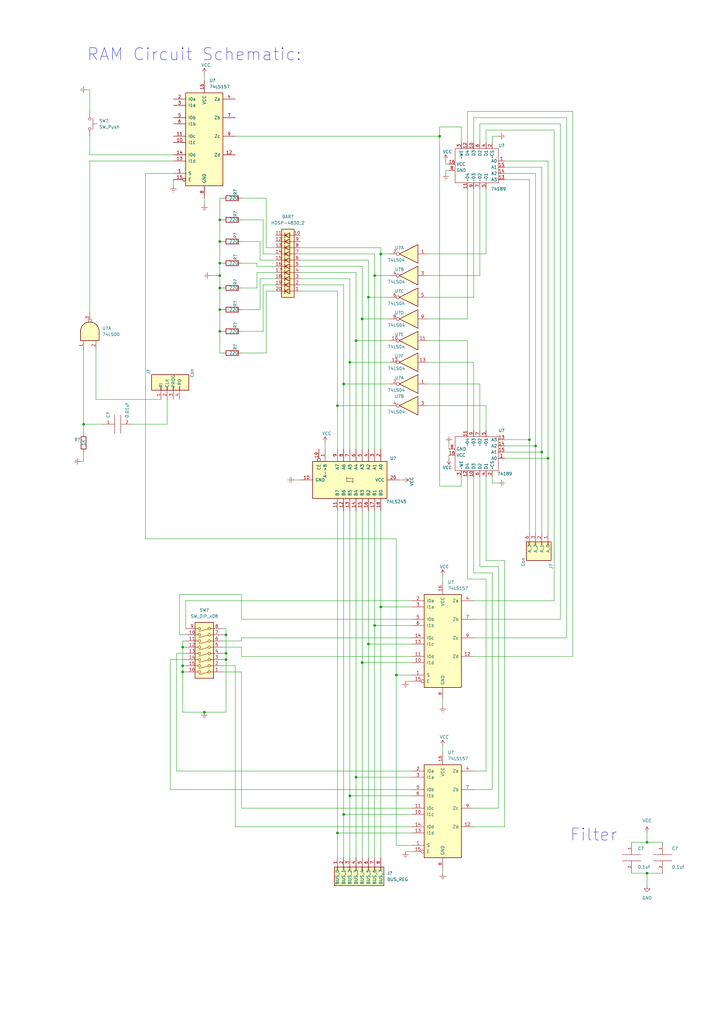
<source format=kicad_sch>
(kicad_sch (version 20211123) (generator eeschema)
  (paper "A3" portrait)
  (lib_symbols
    (symbol "74189_1"
      (property "Reference" "U" (at 0 -8.89 90))
      (property "Value" "74189_1" (at 2.54 -11.43 90))
      (symbol "74189_1_1_0"
        (pin output line (at 0 0 270) (length 2.54) (name "A0") (number "1"))
        (pin output line (at 7.62 0 270) (length 2.54) (name "A3") (number "13"))
        (pin output line (at 5.08 0 270) (length 2.54) (name "A2") (number "14"))
        (pin output line (at 2.54 0 270) (length 2.54) (name "A1") (number "15"))
        (pin input line (at 1.27 -22.86 90) (length 2.54) (name "VCC") (number "16"))
        (pin input line (at 3.81 -22.86 90) (length 2.54) (name "GND") (number "8"))
      )
      (symbol "74189_1_1_1"
        (pin input line (at -7.62 -12.7 0) (length 2.54) (name "D3") (number "10"))
        (pin output line (at 11.43 -15.24 180) (length 2.54) (name "~04") (number "11"))
        (pin input line (at -7.62 -15.24 0) (length 2.54) (name "D4") (number "12"))
        (pin input line (at -7.62 -5.08 0) (length 2.54) (name "~CS") (number "2"))
        (pin input line (at -7.62 -17.78 0) (length 2.54) (name "~WE") (number "3"))
        (pin input line (at -7.62 -7.62 0) (length 2.54) (name "D1") (number "4"))
        (pin output line (at 11.43 -7.62 180) (length 2.54) (name "~01") (number "5"))
        (pin input line (at -7.62 -10.16 0) (length 2.54) (name "D2") (number "6"))
        (pin output line (at 11.43 -10.16 180) (length 2.54) (name "~02") (number "7"))
        (pin output line (at 11.43 -12.7 180) (length 2.54) (name "~03") (number "9"))
      )
    )
    (symbol "74LS157_1" (pin_names (offset 1.016))
      (property "Reference" "U?" (at 2.0194 22.86 0))
      (property "Value" "74LS157_1" (at 2.0194 20.32 0))
      (symbol "74LS157_1_1_0"
        (pin input line (at -12.7 -15.24 0) (length 5.08) (name "S") (number "1"))
        (pin input line (at -12.7 -10.16 0) (length 5.08) (name "I1d") (number "10"))
        (pin input line (at -12.7 -7.62 0) (length 5.08) (name "I0d") (number "11"))
        (pin output line (at 12.7 -7.62 180) (length 5.08) (name "Zd") (number "12"))
        (pin input line (at -12.7 -2.54 0) (length 5.08) (name "I1c") (number "13"))
        (pin input line (at -12.7 0 0) (length 5.08) (name "I0c") (number "14"))
        (pin input inverted (at -12.7 -17.78 0) (length 5.08) (name "E") (number "15"))
        (pin power_in line (at 0 22.86 270) (length 5.08) (name "VCC") (number "16"))
        (pin input line (at -12.7 15.24 0) (length 5.08) (name "I0a") (number "2"))
        (pin input line (at -12.7 12.7 0) (length 5.08) (name "I1a") (number "3"))
        (pin output line (at 12.7 15.24 180) (length 5.08) (name "Za") (number "4"))
        (pin input line (at -12.7 7.62 0) (length 5.08) (name "I0b") (number "5"))
        (pin input line (at -12.7 5.08 0) (length 5.08) (name "I1b") (number "6"))
        (pin output line (at 12.7 7.62 180) (length 5.08) (name "Zb") (number "7"))
        (pin power_in line (at 0 -25.4 90) (length 5.08) (name "GND") (number "8"))
        (pin output line (at 12.7 0 180) (length 5.08) (name "Zc") (number "9"))
      )
    )
    (symbol "74xx:74LS00" (pin_names (offset 1.016))
      (property "Reference" "U" (at 0 1.27 0))
      (property "Value" "74LS00" (at 0 -1.27 0))
      (symbol "74LS00_1_1"
        (pin input line (at -7.62 2.54 0) (length 3.81) (name "~") (number "1"))
        (pin input line (at -7.62 -2.54 0) (length 3.81) (name "~") (number "2"))
        (pin output inverted (at 7.62 0 180) (length 3.81) (name "~") (number "3"))
      )
      (symbol "74LS00_1_2"
        (pin input inverted (at -7.62 2.54 0) (length 4.318) (name "~") (number "1"))
        (pin input inverted (at -7.62 -2.54 0) (length 4.318) (name "~") (number "2"))
        (pin output line (at 7.62 0 180) (length 3.81) (name "~") (number "3"))
      )
      (symbol "74LS00_2_1"
        (pin input line (at -7.62 2.54 0) (length 3.81) (name "~") (number "4"))
        (pin input line (at -7.62 -2.54 0) (length 3.81) (name "~") (number "5"))
        (pin output inverted (at 7.62 0 180) (length 3.81) (name "~") (number "6"))
      )
      (symbol "74LS00_2_2"
        (pin input inverted (at -7.62 2.54 0) (length 4.318) (name "~") (number "4"))
        (pin input inverted (at -7.62 -2.54 0) (length 4.318) (name "~") (number "5"))
        (pin output line (at 7.62 0 180) (length 3.81) (name "~") (number "6"))
      )
      (symbol "74LS00_3_1"
        (pin input line (at -7.62 -2.54 0) (length 3.81) (name "~") (number "10"))
        (pin output inverted (at 7.62 0 180) (length 3.81) (name "~") (number "8"))
        (pin input line (at -7.62 2.54 0) (length 3.81) (name "~") (number "9"))
      )
      (symbol "74LS00_3_2"
        (pin input inverted (at -7.62 -2.54 0) (length 4.318) (name "~") (number "10"))
        (pin output line (at 7.62 0 180) (length 3.81) (name "~") (number "8"))
        (pin input inverted (at -7.62 2.54 0) (length 4.318) (name "~") (number "9"))
      )
      (symbol "74LS00_4_1"
        (pin output inverted (at 7.62 0 180) (length 3.81) (name "~") (number "11"))
        (pin input line (at -7.62 2.54 0) (length 3.81) (name "~") (number "12"))
        (pin input line (at -7.62 -2.54 0) (length 3.81) (name "~") (number "13"))
      )
      (symbol "74LS00_4_2"
        (pin output line (at 7.62 0 180) (length 3.81) (name "~") (number "11"))
        (pin input inverted (at -7.62 2.54 0) (length 4.318) (name "~") (number "12"))
        (pin input inverted (at -7.62 -2.54 0) (length 4.318) (name "~") (number "13"))
      )
      (symbol "74LS00_5_0"
        (pin power_in line (at 0 12.7 270) (length 5.08) (name "VCC") (number "14"))
        (pin power_in line (at 0 -12.7 90) (length 5.08) (name "GND") (number "7"))
      )
    )
    (symbol "74xx:74LS04"
      (property "Reference" "U" (at 0 1.27 0))
      (property "Value" "74LS04" (at 0 -1.27 0))
      (symbol "74LS04_1_0"
        (pin input line (at -7.62 0 0) (length 3.81) (name "~") (number "1"))
        (pin output inverted (at 7.62 0 180) (length 3.81) (name "~") (number "2"))
      )
      (symbol "74LS04_2_0"
        (pin input line (at -7.62 0 0) (length 3.81) (name "~") (number "3"))
        (pin output inverted (at 7.62 0 180) (length 3.81) (name "~") (number "4"))
      )
      (symbol "74LS04_3_0"
        (pin input line (at -7.62 0 0) (length 3.81) (name "~") (number "5"))
        (pin output inverted (at 7.62 0 180) (length 3.81) (name "~") (number "6"))
      )
      (symbol "74LS04_4_0"
        (pin output inverted (at 7.62 0 180) (length 3.81) (name "~") (number "8"))
        (pin input line (at -7.62 0 0) (length 3.81) (name "~") (number "9"))
      )
      (symbol "74LS04_5_0"
        (pin output inverted (at 7.62 0 180) (length 3.81) (name "~") (number "10"))
        (pin input line (at -7.62 0 0) (length 3.81) (name "~") (number "11"))
      )
      (symbol "74LS04_6_0"
        (pin output inverted (at 7.62 0 180) (length 3.81) (name "~") (number "12"))
        (pin input line (at -7.62 0 0) (length 3.81) (name "~") (number "13"))
      )
      (symbol "74LS04_7_0"
        (pin power_in line (at 0 12.7 270) (length 5.08) (name "VCC") (number "14"))
        (pin power_in line (at 0 -12.7 90) (length 5.08) (name "GND") (number "7"))
      )
    )
    (symbol "74xx:74LS157" (pin_names (offset 1.016))
      (property "Reference" "U" (at -7.62 19.05 0))
      (property "Value" "74LS157" (at -7.62 -21.59 0))
      (symbol "74LS157_1_0"
        (pin input line (at -12.7 -15.24 0) (length 5.08) (name "S") (number "1"))
        (pin input line (at -12.7 -2.54 0) (length 5.08) (name "I1c") (number "10"))
        (pin input line (at -12.7 0 0) (length 5.08) (name "I0c") (number "11"))
        (pin output line (at 12.7 -7.62 180) (length 5.08) (name "Zd") (number "12"))
        (pin input line (at -12.7 -10.16 0) (length 5.08) (name "I1d") (number "13"))
        (pin input line (at -12.7 -7.62 0) (length 5.08) (name "I0d") (number "14"))
        (pin input inverted (at -12.7 -17.78 0) (length 5.08) (name "E") (number "15"))
        (pin power_in line (at 0 22.86 270) (length 5.08) (name "VCC") (number "16"))
        (pin input line (at -12.7 15.24 0) (length 5.08) (name "I0a") (number "2"))
        (pin input line (at -12.7 12.7 0) (length 5.08) (name "I1a") (number "3"))
        (pin output line (at 12.7 15.24 180) (length 5.08) (name "Za") (number "4"))
        (pin input line (at -12.7 7.62 0) (length 5.08) (name "I0b") (number "5"))
        (pin input line (at -12.7 5.08 0) (length 5.08) (name "I1b") (number "6"))
        (pin output line (at 12.7 7.62 180) (length 5.08) (name "Zb") (number "7"))
        (pin power_in line (at 0 -25.4 90) (length 5.08) (name "GND") (number "8"))
        (pin output line (at 12.7 0 180) (length 5.08) (name "Zc") (number "9"))
      )
    )
    (symbol "74xx:74LS245" (pin_names (offset 1.016))
      (property "Reference" "U" (at -7.62 16.51 0))
      (property "Value" "74LS245" (at -7.62 -16.51 0))
      (symbol "74LS245_1_0"
        (pin input line (at -12.7 -10.16 0) (length 5.08) (name "A->B") (number "1"))
        (pin power_in line (at 0 -20.32 90) (length 5.08) (name "GND") (number "10"))
        (pin tri_state line (at 12.7 -5.08 180) (length 5.08) (name "B7") (number "11"))
        (pin tri_state line (at 12.7 -2.54 180) (length 5.08) (name "B6") (number "12"))
        (pin tri_state line (at 12.7 0 180) (length 5.08) (name "B5") (number "13"))
        (pin tri_state line (at 12.7 2.54 180) (length 5.08) (name "B4") (number "14"))
        (pin tri_state line (at 12.7 5.08 180) (length 5.08) (name "B3") (number "15"))
        (pin tri_state line (at 12.7 7.62 180) (length 5.08) (name "B2") (number "16"))
        (pin tri_state line (at 12.7 10.16 180) (length 5.08) (name "B1") (number "17"))
        (pin tri_state line (at 12.7 12.7 180) (length 5.08) (name "B0") (number "18"))
        (pin input inverted (at -12.7 -12.7 0) (length 5.08) (name "CE") (number "19"))
        (pin tri_state line (at -12.7 12.7 0) (length 5.08) (name "A0") (number "2"))
        (pin power_in line (at 0 20.32 270) (length 5.08) (name "VCC") (number "20"))
        (pin tri_state line (at -12.7 10.16 0) (length 5.08) (name "A1") (number "3"))
        (pin tri_state line (at -12.7 7.62 0) (length 5.08) (name "A2") (number "4"))
        (pin tri_state line (at -12.7 5.08 0) (length 5.08) (name "A3") (number "5"))
        (pin tri_state line (at -12.7 2.54 0) (length 5.08) (name "A4") (number "6"))
        (pin tri_state line (at -12.7 0 0) (length 5.08) (name "A5") (number "7"))
        (pin tri_state line (at -12.7 -2.54 0) (length 5.08) (name "A6") (number "8"))
        (pin tri_state line (at -12.7 -5.08 0) (length 5.08) (name "A7") (number "9"))
      )
    )
    (symbol "Conn_01x06_2" (pin_names (offset 1.016))
      (property "Reference" "J?" (at 6.35 7.62 0))
      (property "Value" "Conn_01x06_2" (at 5.08 -5.08 0))
      (symbol "Conn_01x06_2_1_1"
        (pin passive line (at -5.08 5.08 0) (length 3.81) (name "A_0") (number "1"))
        (pin passive line (at -5.08 2.54 0) (length 3.81) (name "A_1") (number "2"))
        (pin passive line (at -5.08 0 0) (length 3.81) (name "A_2") (number "3"))
        (pin passive line (at -5.08 -2.54 0) (length 3.81) (name "A_3") (number "6"))
      )
    )
    (symbol "Connector_Generic:Conn_01x06" (pin_names (offset 1.016))
      (property "Reference" "J?" (at -8.89 0 0))
      (property "Value" "Con" (at 3.81 7.62 0))
      (symbol "Conn_01x06_1_1"
        (pin passive line (at -5.08 2.54 0) (length 3.81) (name "RI") (number "1"))
        (pin passive line (at -5.08 0 0) (length 3.81) (name "CLK") (number "2"))
        (pin passive line (at -5.08 -2.54 0) (length 3.81) (name "PROG") (number "3"))
        (pin passive line (at -5.08 -5.08 0) (length 3.81) (name "~RO") (number "4"))
      )
    )
    (symbol "Device:R" (pin_numbers hide) (pin_names (offset 0))
      (property "Reference" "R" (at 2.032 0 90))
      (property "Value" "R" (at 0 0 90))
      (symbol "R_1_1"
        (pin passive line (at 0 3.81 270) (length 1.27) (name "~") (number "1"))
        (pin passive line (at 0 -3.81 90) (length 1.27) (name "~") (number "2"))
      )
    )
    (symbol "LED:HDSP-4830_2" (pin_names (offset 1.016) hide)
      (property "Reference" "BAR" (at 0 15.24 0))
      (property "Value" "HDSP-4830_2" (at 0 -17.78 0))
      (symbol "HDSP-4830_2_1_1"
        (pin passive line (at -5.08 10.16 0) (length 2.54) (name "A") (number "1"))
        (pin passive line (at -5.08 -12.7 0) (length 2.54) (name "A") (number "10"))
        (pin passive line (at 5.08 -12.7 180) (length 2.54) (name "K") (number "11"))
        (pin passive line (at 5.08 -10.16 180) (length 2.54) (name "K") (number "12"))
        (pin passive line (at 5.08 -7.62 180) (length 2.54) (name "K") (number "13"))
        (pin passive line (at 5.08 -5.08 180) (length 2.54) (name "K") (number "14"))
        (pin passive line (at 5.08 -2.54 180) (length 2.54) (name "K") (number "15"))
        (pin passive line (at 5.08 0 180) (length 2.54) (name "K") (number "16"))
        (pin passive line (at 5.08 2.54 180) (length 2.54) (name "K") (number "17"))
        (pin passive line (at 5.08 5.08 180) (length 2.54) (name "K") (number "18"))
        (pin passive line (at 5.08 7.62 180) (length 2.54) (name "K") (number "19"))
        (pin passive line (at -5.08 7.62 0) (length 2.54) (name "A") (number "2"))
        (pin passive line (at 5.08 10.16 180) (length 2.54) (name "K") (number "20"))
        (pin passive line (at -5.08 5.08 0) (length 2.54) (name "A") (number "3"))
        (pin passive line (at -5.08 2.54 0) (length 2.54) (name "A") (number "4"))
        (pin passive line (at -5.08 0 0) (length 2.54) (name "A") (number "5"))
        (pin passive line (at -5.08 -2.54 0) (length 2.54) (name "A") (number "6"))
        (pin passive line (at -5.08 -5.08 0) (length 2.54) (name "A") (number "7"))
        (pin passive line (at -5.08 -7.62 0) (length 2.54) (name "A") (number "8"))
        (pin passive line (at -5.08 -10.16 0) (length 2.54) (name "A") (number "9"))
      )
    )
    (symbol "Register_A_Library:BUS_REG" (pin_names (offset 1.016))
      (property "Reference" "J?" (at 0 16.51 0))
      (property "Value" "BUS_REG" (at 0 13.97 0))
      (symbol "BUS_REG_1_1"
        (pin passive line (at -5.08 7.62 0) (length 3.81) (name "BUS_0") (number "1"))
        (pin passive line (at -5.08 5.08 0) (length 3.81) (name "BUS_1") (number "2"))
        (pin passive line (at -5.08 2.54 0) (length 3.81) (name "BUS_2") (number "3"))
        (pin passive line (at -5.08 0 0) (length 3.81) (name "BUS_3") (number "4"))
        (pin passive line (at -5.08 -2.54 0) (length 3.81) (name "BUS_4") (number "5"))
        (pin passive line (at -5.08 -5.08 0) (length 3.81) (name "BUS_5") (number "6"))
        (pin passive line (at -5.08 -7.62 0) (length 3.81) (name "BUS_6") (number "7"))
        (pin passive line (at -5.08 -10.16 0) (length 3.81) (name "BUS_7") (number "8"))
      )
    )
    (symbol "Switch:SW_DIP_x08" (pin_names (offset 0) hide)
      (property "Reference" "SW" (at 0 13.97 0))
      (property "Value" "SW_DIP_x08" (at 0 -11.43 0))
      (symbol "SW_DIP_x08_1_1"
        (pin passive line (at -7.62 10.16 0) (length 5.08) (name "~") (number "1"))
        (pin passive line (at 7.62 -5.08 180) (length 5.08) (name "~") (number "10"))
        (pin passive line (at 7.62 -2.54 180) (length 5.08) (name "~") (number "11"))
        (pin passive line (at 7.62 0 180) (length 5.08) (name "~") (number "12"))
        (pin passive line (at 7.62 2.54 180) (length 5.08) (name "~") (number "13"))
        (pin passive line (at 7.62 5.08 180) (length 5.08) (name "~") (number "14"))
        (pin passive line (at 7.62 7.62 180) (length 5.08) (name "~") (number "15"))
        (pin passive line (at 7.62 10.16 180) (length 5.08) (name "~") (number "16"))
        (pin passive line (at -7.62 7.62 0) (length 5.08) (name "~") (number "2"))
        (pin passive line (at -7.62 5.08 0) (length 5.08) (name "~") (number "3"))
        (pin passive line (at -7.62 2.54 0) (length 5.08) (name "~") (number "4"))
        (pin passive line (at -7.62 0 0) (length 5.08) (name "~") (number "5"))
        (pin passive line (at -7.62 -2.54 0) (length 5.08) (name "~") (number "6"))
        (pin passive line (at -7.62 -5.08 0) (length 5.08) (name "~") (number "7"))
        (pin passive line (at -7.62 -7.62 0) (length 5.08) (name "~") (number "8"))
        (pin passive line (at 7.62 -7.62 180) (length 5.08) (name "~") (number "9"))
      )
    )
    (symbol "Switch:SW_Push" (pin_numbers hide) (pin_names (offset 1.016) hide)
      (property "Reference" "SW" (at 1.27 2.54 0))
      (property "Value" "SW_Push" (at 0 -1.524 0))
      (symbol "SW_Push_0_1"
        (pin passive line (at -5.08 0 0) (length 2.54) (name "1") (number "1"))
        (pin passive line (at 5.08 0 180) (length 2.54) (name "2") (number "2"))
      )
    )
    (symbol "power:Earth" (power) (pin_names (offset 0))
      (symbol "Earth_1_1"
        (pin power_in line (at 0 0 270) (length 0) hide (name "Earth") (number "1"))
      )
    )
    (symbol "power:GND" (power) (pin_names (offset 0))
      (property "Value" "GND" (at 0 -3.81 0))
      (symbol "GND_1_1"
        (pin power_in line (at 0 0 270) (length 0) hide (name "GND") (number "1"))
      )
    )
    (symbol "power:VCC" (power) (pin_names (offset 0))
      (property "Value" "VCC" (at 0 3.81 0))
      (symbol "VCC_1_1"
        (pin power_in line (at 0 0 90) (length 0) hide (name "VCC") (number "1"))
      )
    )
    (symbol "pspice:CAP" (pin_names (offset 0.254))
      (property "Reference" "C" (at 2.54 3.81 90))
      (property "Value" "CAP" (at 2.54 -3.81 90))
      (symbol "CAP_1_1"
        (pin passive line (at 0 6.35 270) (length 5.08) (name "~") (number "1"))
        (pin passive line (at 0 -6.35 90) (length 5.08) (name "~") (number "2"))
      )
    )
  )
  (junction (at 74.93 273.05))
  (junction (at 148.59 130.81))
  (junction (at 153.67 113.03))
  (junction (at 140.97 334.01))
  (junction (at 224.79 187.96))
  (junction (at 219.71 182.88))
  (junction (at 162.56 276.86))
  (junction (at 151.13 121.92))
  (junction (at 143.51 148.59))
  (junction (at 146.05 139.7))
  (junction (at 90.17 113.03))
  (junction (at 83.82 292.1))
  (junction (at 92.71 267.97))
  (junction (at 143.51 326.39))
  (junction (at 74.93 265.43))
  (junction (at 156.21 104.14))
  (junction (at 92.71 270.51))
  (junction (at 138.43 341.63))
  (junction (at 153.67 256.54))
  (junction (at 156.21 248.92))
  (junction (at 146.05 318.77))
  (junction (at 151.13 264.16))
  (junction (at 265.43 358.14))
  (junction (at 90.17 118.11))
  (junction (at 222.25 185.42))
  (junction (at 90.17 135.89))
  (junction (at 74.93 275.59))
  (junction (at 90.17 99.06))
  (junction (at 90.17 127))
  (junction (at 140.97 157.48))
  (junction (at 90.17 107.95))
  (junction (at 92.71 260.35))
  (junction (at 217.17 180.34))
  (junction (at 138.43 166.37))
  (junction (at 90.17 90.17))
  (junction (at 180.34 55.88))
  (junction (at 265.43 345.44))
  (junction (at 148.59 271.78))
  (junction (at 34.29 173.99))
  (wire (pts (xy 74.93 275.59) (xy 74.93 292.1)))
  (wire (pts (xy 76.2 275.59) (xy 74.93 275.59)))
  (wire (pts (xy 265.43 358.14) (xy 271.78 358.14)))
  (wire (pts (xy 71.12 63.5) (xy 36.83 63.5)))
  (wire (pts (xy 74.93 265.43) (xy 74.93 273.05)))
  (wire (pts (xy 201.93 58.42) (xy 201.93 55.88)))
  (wire (pts (xy 105.41 118.11) (xy 99.06 118.11)))
  (wire (pts (xy 184.15 186.69) (xy 184.15 187.96)))
  (wire (pts (xy 90.17 113.03) (xy 86.36 113.03)))
  (wire (pts (xy 76.2 273.05) (xy 74.93 273.05)))
  (wire (pts (xy 207.01 68.58) (xy 222.25 68.58)))
  (wire (pts (xy 90.17 135.89) (xy 91.44 135.89)))
  (wire (pts (xy 109.22 119.38) (xy 113.03 119.38)))
  (wire (pts (xy 196.85 77.47) (xy 196.85 113.03)))
  (wire (pts (xy 90.17 99.06) (xy 91.44 99.06)))
  (wire (pts (xy 72.39 267.97) (xy 76.2 267.97)))
  (wire (pts (xy 180.34 52.07) (xy 180.34 55.88)))
  (wire (pts (xy 90.17 90.17) (xy 90.17 81.28)))
  (wire (pts (xy 160.02 157.48) (xy 140.97 157.48)))
  (wire (pts (xy 156.21 209.55) (xy 156.21 248.92)))
  (wire (pts (xy 219.71 182.88) (xy 219.71 218.44)))
  (wire (pts (xy 191.77 130.81) (xy 175.26 130.81)))
  (wire (pts (xy 191.77 139.7) (xy 175.26 139.7)))
  (wire (pts (xy 106.68 106.68) (xy 106.68 99.06)))
  (wire (pts (xy 153.67 113.03) (xy 153.67 184.15)))
  (wire (pts (xy 106.68 99.06) (xy 99.06 99.06)))
  (wire (pts (xy 91.44 270.51) (xy 92.71 270.51)))
  (wire (pts (xy 160.02 139.7) (xy 146.05 139.7)))
  (wire (pts (xy 91.44 144.78) (xy 90.17 144.78)))
  (wire (pts (xy 182.88 67.31) (xy 182.88 66.04)))
  (wire (pts (xy 271.78 345.44) (xy 265.43 345.44)))
  (wire (pts (xy 265.43 345.44) (xy 259.08 345.44)))
  (wire (pts (xy 199.39 237.49) (xy 199.39 316.23)))
  (wire (pts (xy 194.31 254) (xy 229.87 254)))
  (wire (pts (xy 90.17 107.95) (xy 90.17 99.06)))
  (wire (pts (xy 201.93 234.95) (xy 201.93 323.85)))
  (wire (pts (xy 123.19 119.38) (xy 138.43 119.38)))
  (wire (pts (xy 59.69 71.12) (xy 59.69 220.98)))
  (wire (pts (xy 148.59 271.78) (xy 148.59 351.79)))
  (wire (pts (xy 181.61 236.22) (xy 181.61 238.76)))
  (wire (pts (xy 194.31 148.59) (xy 175.26 148.59)))
  (wire (pts (xy 194.31 234.95) (xy 201.93 234.95)))
  (wire (pts (xy 138.43 166.37) (xy 160.02 166.37)))
  (wire (pts (xy 71.12 71.12) (xy 59.69 71.12)))
  (wire (pts (xy 69.85 270.51) (xy 69.85 323.85)))
  (wire (pts (xy 224.79 66.04) (xy 224.79 187.96)))
  (wire (pts (xy 153.67 256.54) (xy 168.91 256.54)))
  (wire (pts (xy 182.88 69.85) (xy 182.88 71.12)))
  (wire (pts (xy 123.19 114.3) (xy 143.51 114.3)))
  (wire (pts (xy 181.61 287.02) (xy 181.61 289.56)))
  (wire (pts (xy 194.31 246.38) (xy 227.33 246.38)))
  (wire (pts (xy 99.06 261.62) (xy 99.06 262.89)))
  (wire (pts (xy 168.91 276.86) (xy 162.56 276.86)))
  (wire (pts (xy 90.17 127) (xy 90.17 118.11)))
  (wire (pts (xy 160.02 148.59) (xy 143.51 148.59)))
  (wire (pts (xy 59.69 220.98) (xy 162.56 220.98)))
  (wire (pts (xy 99.06 275.59) (xy 99.06 331.47)))
  (wire (pts (xy 91.44 262.89) (xy 99.06 262.89)))
  (wire (pts (xy 189.23 52.07) (xy 180.34 52.07)))
  (wire (pts (xy 151.13 121.92) (xy 151.13 184.15)))
  (wire (pts (xy 196.85 58.42) (xy 196.85 50.8)))
  (wire (pts (xy 196.85 176.53) (xy 196.85 157.48)))
  (wire (pts (xy 207.01 339.09) (xy 194.31 339.09)))
  (wire (pts (xy 138.43 341.63) (xy 138.43 351.79)))
  (wire (pts (xy 199.39 176.53) (xy 199.39 166.37)))
  (wire (pts (xy 204.47 331.47) (xy 194.31 331.47)))
  (wire (pts (xy 168.91 261.62) (xy 99.06 261.62)))
  (wire (pts (xy 72.39 316.23) (xy 72.39 267.97)))
  (wire (pts (xy 140.97 116.84) (xy 140.97 157.48)))
  (wire (pts (xy 120.65 196.85) (xy 123.19 196.85)))
  (wire (pts (xy 73.66 260.35) (xy 76.2 260.35)))
  (wire (pts (xy 133.35 181.61) (xy 133.35 184.15)))
  (wire (pts (xy 148.59 130.81) (xy 148.59 184.15)))
  (wire (pts (xy 66.04 163.83) (xy 39.37 163.83)))
  (wire (pts (xy 36.83 36.83) (xy 35.56 36.83)))
  (wire (pts (xy 143.51 326.39) (xy 168.91 326.39)))
  (wire (pts (xy 153.67 256.54) (xy 153.67 351.79)))
  (wire (pts (xy 146.05 209.55) (xy 146.05 318.77)))
  (wire (pts (xy 194.31 195.58) (xy 194.31 234.95)))
  (wire (pts (xy 184.15 181.61) (xy 184.15 184.15)))
  (wire (pts (xy 34.29 189.23) (xy 33.02 189.23)))
  (wire (pts (xy 207.01 180.34) (xy 217.17 180.34)))
  (wire (pts (xy 191.77 58.42) (xy 191.77 45.72)))
  (wire (pts (xy 96.52 55.88) (xy 180.34 55.88)))
  (wire (pts (xy 34.29 185.42) (xy 34.29 189.23)))
  (wire (pts (xy 113.03 109.22) (xy 105.41 109.22)))
  (wire (pts (xy 156.21 104.14) (xy 156.21 184.15)))
  (wire (pts (xy 181.61 306.07) (xy 181.61 308.61)))
  (wire (pts (xy 265.43 358.14) (xy 265.43 363.22)))
  (wire (pts (xy 138.43 166.37) (xy 138.43 184.15)))
  (wire (pts (xy 148.59 209.55) (xy 148.59 271.78)))
  (wire (pts (xy 199.39 58.42) (xy 199.39 53.34)))
  (wire (pts (xy 96.52 273.05) (xy 96.52 339.09)))
  (wire (pts (xy 34.29 173.99) (xy 34.29 177.8)))
  (wire (pts (xy 217.17 73.66) (xy 217.17 180.34)))
  (wire (pts (xy 91.44 267.97) (xy 92.71 267.97)))
  (wire (pts (xy 90.17 118.11) (xy 91.44 118.11)))
  (wire (pts (xy 227.33 53.34) (xy 227.33 246.38)))
  (wire (pts (xy 99.06 331.47) (xy 168.91 331.47)))
  (wire (pts (xy 90.17 135.89) (xy 90.17 127)))
  (wire (pts (xy 71.12 73.66) (xy 71.12 76.2)))
  (wire (pts (xy 229.87 50.8) (xy 229.87 254)))
  (wire (pts (xy 109.22 81.28) (xy 99.06 81.28)))
  (wire (pts (xy 92.71 292.1) (xy 92.71 270.51)))
  (wire (pts (xy 99.06 127) (xy 106.68 127)))
  (wire (pts (xy 36.83 45.72) (xy 36.83 36.83)))
  (wire (pts (xy 123.19 106.68) (xy 151.13 106.68)))
  (wire (pts (xy 148.59 109.22) (xy 148.59 130.81)))
  (wire (pts (xy 265.43 341.63) (xy 265.43 345.44)))
  (wire (pts (xy 113.03 111.76) (xy 105.41 111.76)))
  (wire (pts (xy 180.34 199.39) (xy 189.23 199.39)))
  (wire (pts (xy 69.85 323.85) (xy 168.91 323.85)))
  (wire (pts (xy 83.82 81.28) (xy 83.82 83.82)))
  (wire (pts (xy 184.15 69.85) (xy 182.88 69.85)))
  (wire (pts (xy 199.39 166.37) (xy 175.26 166.37)))
  (wire (pts (xy 109.22 101.6) (xy 109.22 81.28)))
  (wire (pts (xy 222.25 185.42) (xy 222.25 218.44)))
  (wire (pts (xy 199.39 77.47) (xy 199.39 104.14)))
  (wire (pts (xy 162.56 220.98) (xy 162.56 276.86)))
  (wire (pts (xy 163.83 196.85) (xy 165.1 196.85)))
  (wire (pts (xy 191.77 77.47) (xy 191.77 130.81)))
  (wire (pts (xy 99.06 265.43) (xy 91.44 265.43)))
  (wire (pts (xy 92.71 260.35) (xy 91.44 260.35)))
  (wire (pts (xy 189.23 199.39) (xy 189.23 195.58)))
  (wire (pts (xy 207.01 66.04) (xy 224.79 66.04)))
  (wire (pts (xy 199.39 316.23) (xy 194.31 316.23)))
  (wire (pts (xy 151.13 209.55) (xy 151.13 264.16)))
  (wire (pts (xy 113.03 101.6) (xy 109.22 101.6)))
  (wire (pts (xy 168.91 254) (xy 99.06 254)))
  (wire (pts (xy 191.77 237.49) (xy 199.39 237.49)))
  (wire (pts (xy 194.31 121.92) (xy 175.26 121.92)))
  (wire (pts (xy 71.12 66.04) (xy 36.83 66.04)))
  (wire (pts (xy 217.17 180.34) (xy 217.17 218.44)))
  (wire (pts (xy 153.67 113.03) (xy 160.02 113.03)))
  (wire (pts (xy 107.95 135.89) (xy 107.95 116.84)))
  (wire (pts (xy 140.97 334.01) (xy 168.91 334.01)))
  (wire (pts (xy 196.85 195.58) (xy 196.85 232.41)))
  (wire (pts (xy 54.61 173.99) (xy 68.58 173.99)))
  (wire (pts (xy 180.34 55.88) (xy 180.34 199.39)))
  (wire (pts (xy 99.06 243.84) (xy 73.66 243.84)))
  (wire (pts (xy 143.51 114.3) (xy 143.51 148.59)))
  (wire (pts (xy 184.15 67.31) (xy 182.88 67.31)))
  (wire (pts (xy 153.67 104.14) (xy 153.67 113.03)))
  (wire (pts (xy 143.51 148.59) (xy 143.51 184.15)))
  (wire (pts (xy 156.21 248.92) (xy 168.91 248.92)))
  (wire (pts (xy 153.67 209.55) (xy 153.67 256.54)))
  (wire (pts (xy 123.19 101.6) (xy 156.21 101.6)))
  (wire (pts (xy 90.17 107.95) (xy 91.44 107.95)))
  (wire (pts (xy 83.82 292.1) (xy 92.71 292.1)))
  (wire (pts (xy 201.93 55.88) (xy 204.47 55.88)))
  (wire (pts (xy 92.71 270.51) (xy 92.71 267.97)))
  (wire (pts (xy 148.59 271.78) (xy 168.91 271.78)))
  (wire (pts (xy 90.17 90.17) (xy 91.44 90.17)))
  (wire (pts (xy 99.06 254) (xy 99.06 243.84)))
  (wire (pts (xy 74.93 273.05) (xy 74.93 275.59)))
  (wire (pts (xy 91.44 273.05) (xy 96.52 273.05)))
  (wire (pts (xy 90.17 113.03) (xy 90.17 107.95)))
  (wire (pts (xy 196.85 232.41) (xy 204.47 232.41)))
  (wire (pts (xy 162.56 276.86) (xy 162.56 346.71)))
  (wire (pts (xy 222.25 68.58) (xy 222.25 185.42)))
  (wire (pts (xy 162.56 346.71) (xy 168.91 346.71)))
  (wire (pts (xy 207.01 185.42) (xy 222.25 185.42)))
  (wire (pts (xy 107.95 116.84) (xy 113.03 116.84)))
  (wire (pts (xy 151.13 106.68) (xy 151.13 121.92)))
  (wire (pts (xy 181.61 356.87) (xy 181.61 358.14)))
  (wire (pts (xy 207.01 229.87) (xy 207.01 339.09)))
  (wire (pts (xy 99.06 144.78) (xy 109.22 144.78)))
  (wire (pts (xy 156.21 248.92) (xy 156.21 351.79)))
  (wire (pts (xy 151.13 264.16) (xy 168.91 264.16)))
  (wire (pts (xy 74.93 265.43) (xy 76.2 265.43)))
  (wire (pts (xy 194.31 261.62) (xy 232.41 261.62)))
  (wire (pts (xy 168.91 246.38) (xy 76.2 246.38)))
  (wire (pts (xy 76.2 246.38) (xy 76.2 257.81)))
  (wire (pts (xy 201.93 198.12) (xy 204.47 198.12)))
  (wire (pts (xy 199.39 53.34) (xy 227.33 53.34)))
  (wire (pts (xy 36.83 63.5) (xy 36.83 55.88)))
  (wire (pts (xy 140.97 116.84) (xy 123.19 116.84)))
  (wire (pts (xy 96.52 339.09) (xy 168.91 339.09)))
  (wire (pts (xy 109.22 144.78) (xy 109.22 119.38)))
  (wire (pts (xy 143.51 209.55) (xy 143.51 326.39)))
  (wire (pts (xy 207.01 73.66) (xy 217.17 73.66)))
  (wire (pts (xy 168.91 279.4) (xy 166.37 279.4)))
  (wire (pts (xy 207.01 187.96) (xy 224.79 187.96)))
  (wire (pts (xy 201.93 195.58) (xy 201.93 198.12)))
  (wire (pts (xy 140.97 209.55) (xy 140.97 334.01)))
  (wire (pts (xy 194.31 323.85) (xy 201.93 323.85)))
  (wire (pts (xy 146.05 318.77) (xy 146.05 351.79)))
  (wire (pts (xy 234.95 45.72) (xy 234.95 269.24)))
  (wire (pts (xy 107.95 104.14) (xy 107.95 90.17)))
  (wire (pts (xy 91.44 275.59) (xy 99.06 275.59)))
  (wire (pts (xy 105.41 109.22) (xy 105.41 107.95)))
  (wire (pts (xy 146.05 318.77) (xy 168.91 318.77)))
  (wire (pts (xy 168.91 316.23) (xy 72.39 316.23)))
  (wire (pts (xy 140.97 157.48) (xy 140.97 184.15)))
  (wire (pts (xy 36.83 66.04) (xy 36.83 128.27)))
  (wire (pts (xy 76.2 270.51) (xy 69.85 270.51)))
  (wire (pts (xy 156.21 101.6) (xy 156.21 104.14)))
  (wire (pts (xy 232.41 261.62) (xy 232.41 48.26)))
  (wire (pts (xy 156.21 104.14) (xy 160.02 104.14)))
  (wire (pts (xy 83.82 30.48) (xy 83.82 33.02)))
  (wire (pts (xy 92.71 267.97) (xy 92.71 260.35)))
  (wire (pts (xy 92.71 257.81) (xy 91.44 257.81)))
  (wire (pts (xy 194.31 48.26) (xy 194.31 58.42)))
  (wire (pts (xy 146.05 139.7) (xy 146.05 184.15)))
  (wire (pts (xy 204.47 232.41) (xy 204.47 331.47)))
  (wire (pts (xy 199.39 195.58) (xy 199.39 229.87)))
  (wire (pts (xy 92.71 257.81) (xy 92.71 260.35)))
  (wire (pts (xy 105.41 107.95) (xy 99.06 107.95)))
  (wire (pts (xy 39.37 163.83) (xy 39.37 143.51)))
  (wire (pts (xy 34.29 173.99) (xy 41.91 173.99)))
  (wire (pts (xy 90.17 118.11) (xy 90.17 113.03)))
  (wire (pts (xy 191.77 195.58) (xy 191.77 237.49)))
  (wire (pts (xy 73.66 243.84) (xy 73.66 260.35)))
  (wire (pts (xy 68.58 163.83) (xy 68.58 173.99)))
  (wire (pts (xy 199.39 104.14) (xy 175.26 104.14)))
  (wire (pts (xy 191.77 176.53) (xy 191.77 139.7)))
  (wire (pts (xy 34.29 143.51) (xy 34.29 173.99)))
  (wire (pts (xy 168.91 349.25) (xy 166.37 349.25)))
  (wire (pts (xy 123.19 109.22) (xy 148.59 109.22)))
  (wire (pts (xy 138.43 209.55) (xy 138.43 341.63)))
  (wire (pts (xy 207.01 71.12) (xy 219.71 71.12)))
  (wire (pts (xy 199.39 229.87) (xy 207.01 229.87)))
  (wire (pts (xy 90.17 81.28) (xy 91.44 81.28)))
  (wire (pts (xy 123.19 104.14) (xy 153.67 104.14)))
  (wire (pts (xy 194.31 77.47) (xy 194.31 121.92)))
  (wire (pts (xy 107.95 90.17) (xy 99.06 90.17)))
  (wire (pts (xy 99.06 269.24) (xy 99.06 265.43)))
  (wire (pts (xy 196.85 113.03) (xy 175.26 113.03)))
  (wire (pts (xy 196.85 50.8) (xy 229.87 50.8)))
  (wire (pts (xy 90.17 127) (xy 91.44 127)))
  (wire (pts (xy 146.05 111.76) (xy 146.05 139.7)))
  (wire (pts (xy 207.01 182.88) (xy 219.71 182.88)))
  (wire (pts (xy 259.08 358.14) (xy 265.43 358.14)))
  (wire (pts (xy 232.41 48.26) (xy 194.31 48.26)))
  (wire (pts (xy 113.03 106.68) (xy 106.68 106.68)))
  (wire (pts (xy 194.31 269.24) (xy 234.95 269.24)))
  (wire (pts (xy 76.2 262.89) (xy 74.93 262.89)))
  (wire (pts (xy 113.03 104.14) (xy 107.95 104.14)))
  (wire (pts (xy 219.71 71.12) (xy 219.71 182.88)))
  (wire (pts (xy 106.68 114.3) (xy 113.03 114.3)))
  (wire (pts (xy 194.31 176.53) (xy 194.31 148.59)))
  (wire (pts (xy 74.93 262.89) (xy 74.93 265.43)))
  (wire (pts (xy 74.93 292.1) (xy 83.82 292.1)))
  (wire (pts (xy 123.19 111.76) (xy 146.05 111.76)))
  (wire (pts (xy 224.79 187.96) (xy 224.79 218.44)))
  (wire (pts (xy 168.91 341.63) (xy 138.43 341.63)))
  (wire (pts (xy 191.77 45.72) (xy 234.95 45.72)))
  (wire (pts (xy 189.23 52.07) (xy 189.23 58.42)))
  (wire (pts (xy 160.02 121.92) (xy 151.13 121.92)))
  (wire (pts (xy 138.43 119.38) (xy 138.43 166.37)))
  (wire (pts (xy 99.06 135.89) (xy 107.95 135.89)))
  (wire (pts (xy 168.91 269.24) (xy 99.06 269.24)))
  (wire (pts (xy 106.68 127) (xy 106.68 114.3)))
  (wire (pts (xy 151.13 264.16) (xy 151.13 351.79)))
  (wire (pts (xy 196.85 157.48) (xy 175.26 157.48)))
  (wire (pts (xy 140.97 334.01) (xy 140.97 351.79)))
  (wire (pts (xy 105.41 111.76) (xy 105.41 118.11)))
  (wire (pts (xy 148.59 130.81) (xy 160.02 130.81)))
  (wire (pts (xy 90.17 144.78) (xy 90.17 135.89)))
  (wire (pts (xy 90.17 99.06) (xy 90.17 90.17)))
  (wire (pts (xy 143.51 326.39) (xy 143.51 351.79)))
  (text "RAM Circuit Schematic:" (at 35.56 25.4 0) (effects (font (size 5 5)) (justify left bottom)))
  (text "Filter" (at 233.68 345.44 0) (effects (font (size 5 5)) (justify left bottom)))
  (symbol (lib_id "pspice:CAP") (at 259.08 351.79 0) (unit 1)
    (property "Reference" "C?" (at 261.62 347.98 0) (effects (justify left)))
    (property "Value" "0.1uf" (at 261.62 355.6 0) (effects (justify left)))
    (property "Footprint" "Capacitor_THT:C_Disc_D5.0mm_W2.5mm_P2.50mm" (effects hide))
  )
  (symbol (lib_id "pspice:CAP") (at 271.78 351.79 0) (unit 1)
    (property "Reference" "C?" (at 275.59 347.98 0) (effects (justify left)))
    (property "Value" "0.1uf" (at 275.59 355.6 0) (effects (justify left)))
    (property "Footprint" "Capacitor_THT:C_Disc_D5.0mm_W2.5mm_P2.50mm" (effects hide))
  )
  (symbol (lib_id "power:Earth") (at 204.47 55.88 90) (unit 1)
    (property "Reference" "#PWR?" (effects hide))
    (property "Value" "Earth" (effects hide))
  )
  (symbol (lib_id "power:Earth") (at 83.82 292.1 0) (unit 1)
    (property "Reference" "#PWR?" (effects hide))
    (property "Value" "Earth" (effects hide))
  )
  (symbol (lib_id "74xx:74LS04") (at 167.64 104.14 180) (unit 1)
    (property "Reference" "U?" (at 163.83 101.6 0))
    (property "Value" "74LS04" (at 162.56 106.68 0))
    (property "Datasheet" "http://www.ti.com/lit/gpn/sn74LS04" (effects hide))
  )
  (symbol (lib_name "74189_1") (lib_id "RAM_Library:74189") (at 207.01 187.96 270) (mirror x) (unit 1)
    (property "Reference" "U?" (at 205.74 176.53 90))
    (property "Value" "74189" (at 207.01 194.31 90))
  )
  (symbol (lib_id "Device:R") (at 95.25 107.95 90) (unit 1)
    (property "Reference" "R?" (at 96.52 104.14 0) (effects (justify right)))
    (property "Value" "220" (at 93.98 107.95 90) (effects (justify right)))
    (property "Footprint" "Resistor_THT:R_Axial_DIN0204_L3.6mm_D1.6mm_P5.08mm_Horizontal" (effects hide))
  )
  (symbol (lib_id "74xx:74LS04") (at 167.64 157.48 180) (unit 1)
    (property "Reference" "U?" (at 163.83 154.94 0))
    (property "Value" "74LS04" (at 162.56 160.02 0))
    (property "Datasheet" "http://www.ti.com/lit/gpn/sn74LS04" (effects hide))
  )
  (symbol (lib_id "74xx:74LS04") (at 167.64 166.37 180) (unit 2)
    (property "Reference" "U?" (at 163.83 162.56 0))
    (property "Value" "74LS04" (at 162.56 168.91 0))
    (property "Datasheet" "http://www.ti.com/lit/gpn/sn74LS04" (effects hide))
  )
  (symbol (lib_id "power:VCC") (at 184.15 187.96 180) (unit 1)
    (property "Reference" "#PWR?" (effects hide))
    (property "Value" "VCC" (at 185.42 191.77 0) (effects (justify left)))
  )
  (symbol (lib_id "74xx:74LS157") (at 83.82 55.88 0) (unit 1)
    (property "Reference" "U?" (at 85.8394 33.02 0) (effects (justify left)))
    (property "Value" "74LS157" (at 85.8394 35.56 0) (effects (justify left)))
    (property "Datasheet" "http://www.ti.com/lit/gpn/sn74LS157" (effects hide))
  )
  (symbol (lib_id "Device:R") (at 95.25 144.78 90) (unit 1)
    (property "Reference" "R?" (at 96.52 140.97 0) (effects (justify right)))
    (property "Value" "220" (at 93.98 144.78 90) (effects (justify right)))
    (property "Footprint" "Resistor_THT:R_Axial_DIN0204_L3.6mm_D1.6mm_P5.08mm_Horizontal" (effects hide))
  )
  (symbol (lib_name "74189_1") (lib_id "RAM_Library:74189") (at 207.01 66.04 270) (unit 1)
    (property "Reference" "U?" (at 205.74 59.69 90))
    (property "Value" "74189" (at 204.47 77.47 90))
  )
  (symbol (lib_id "power:VCC") (at 181.61 306.07 0) (unit 1)
    (property "Reference" "#PWR?" (effects hide))
    (property "Value" "VCC" (at 180.34 302.26 0) (effects (justify left)))
  )
  (symbol (lib_id "74xx:74LS04") (at 167.64 139.7 180) (unit 5)
    (property "Reference" "U?" (at 163.83 137.16 0))
    (property "Value" "74LS04" (at 162.56 142.24 0))
    (property "Datasheet" "http://www.ti.com/lit/gpn/sn74LS04" (effects hide))
  )
  (symbol (lib_id "74xx:74LS00") (at 36.83 135.89 90) (unit 1)
    (property "Reference" "U?" (at 41.91 134.6199 90) (effects (justify right)))
    (property "Value" "74LS00" (at 41.91 137.1599 90) (effects (justify right)))
    (property "Datasheet" "http://www.ti.com/lit/gpn/sn74ls00" (effects hide))
  )
  (symbol (lib_id "Device:R") (at 95.25 127 90) (unit 1)
    (property "Reference" "R?" (at 96.52 123.19 0) (effects (justify right)))
    (property "Value" "220" (at 93.98 127 90) (effects (justify right)))
    (property "Footprint" "Resistor_THT:R_Axial_DIN0204_L3.6mm_D1.6mm_P5.08mm_Horizontal" (effects hide))
  )
  (symbol (lib_id "power:VCC") (at 83.82 30.48 0) (unit 1)
    (property "Reference" "#PWR?" (effects hide))
    (property "Value" "VCC" (at 82.55 26.67 0) (effects (justify left)))
  )
  (symbol (lib_id "Device:R") (at 95.25 90.17 90) (unit 1)
    (property "Reference" "R?" (at 96.52 86.36 0) (effects (justify right)))
    (property "Value" "220" (at 93.98 90.17 90) (effects (justify right)))
    (property "Footprint" "Resistor_THT:R_Axial_DIN0204_L3.6mm_D1.6mm_P5.08mm_Horizontal" (effects hide))
  )
  (symbol (lib_id "Device:R") (at 95.25 81.28 90) (unit 1)
    (property "Reference" "R?" (at 96.52 77.47 0) (effects (justify right)))
    (property "Value" "220" (at 93.98 81.28 90) (effects (justify right)))
    (property "Footprint" "Resistor_THT:R_Axial_DIN0204_L3.6mm_D1.6mm_P5.08mm_Horizontal" (effects hide))
  )
  (symbol (lib_id "Connector_Generic:Conn_01x06") (at 68.58 158.75 90) (unit 1)
    (property "Reference" "J?" (at 60.96 153.67 0) (effects (justify left)))
    (property "Value" "Con" (at 78.74 154.94 0) (effects (justify left)))
    (property "Footprint" "RAM Header" (effects hide))
  )
  (symbol (lib_id "power:Earth") (at 71.12 76.2 0) (unit 1)
    (property "Reference" "#PWR?" (effects hide))
    (property "Value" "Earth" (effects hide))
  )
  (symbol (lib_id "power:Earth") (at 204.47 198.12 90) (unit 1)
    (property "Reference" "#PWR?" (effects hide))
    (property "Value" "Earth" (effects hide))
  )
  (symbol (lib_id "power:Earth") (at 166.37 279.4 0) (unit 1)
    (property "Reference" "#PWR?" (effects hide))
    (property "Value" "Earth" (effects hide))
  )
  (symbol (lib_id "74xx:74LS04") (at 167.64 130.81 180) (unit 4)
    (property "Reference" "U?" (at 163.83 128.27 0))
    (property "Value" "74LS04" (at 162.56 133.35 0))
    (property "Datasheet" "http://www.ti.com/lit/gpn/sn74LS04" (effects hide))
  )
  (symbol (lib_id "power:Earth") (at 166.37 349.25 0) (unit 1)
    (property "Reference" "#PWR?" (effects hide))
    (property "Value" "Earth" (effects hide))
  )
  (symbol (lib_id "Switch:SW_DIP_x08") (at 83.82 265.43 180) (unit 1)
    (property "Reference" "SW?" (at 83.82 250.19 0))
    (property "Value" "SW_DIP_x08" (at 83.82 252.73 0))
  )
  (symbol (lib_id "power:Earth") (at 184.15 181.61 180) (unit 1)
    (property "Reference" "#PWR?" (effects hide))
    (property "Value" "Earth" (effects hide))
  )
  (symbol (lib_name "74LS157_1") (lib_id "74xx:74LS157") (at 181.61 261.62 0) (unit 1)
    (property "Reference" "U?" (at 183.6294 238.76 0) (effects (justify left)))
    (property "Value" "74LS157" (at 183.6294 241.3 0) (effects (justify left)))
    (property "Datasheet" "http://www.ti.com/lit/gpn/sn74LS157" (effects hide))
  )
  (symbol (lib_id "74xx:74LS157") (at 181.61 331.47 0) (unit 1)
    (property "Reference" "U?" (at 183.6294 308.61 0) (effects (justify left)))
    (property "Value" "74LS157" (at 183.6294 311.15 0) (effects (justify left)))
    (property "Datasheet" "http://www.ti.com/lit/gpn/sn74LS157" (effects hide))
  )
  (symbol (lib_id "power:GND") (at 265.43 363.22 0) (unit 1)
    (property "Reference" "#PWR?" (effects hide))
    (property "Value" "GND" (at 265.43 368.3 0))
  )
  (symbol (lib_id "power:VCC") (at 133.35 181.61 0) (unit 1)
    (property "Reference" "#PWR?" (effects hide))
    (property "Value" "VCC" (at 132.08 177.8 0) (effects (justify left)))
  )
  (symbol (lib_id "power:Earth") (at 33.02 189.23 270) (unit 1)
    (property "Reference" "#PWR?" (effects hide))
    (property "Value" "Earth" (effects hide))
  )
  (symbol (lib_id "pspice:CAP") (at 48.26 173.99 90) (unit 1)
    (property "Reference" "C?" (at 44.45 171.45 0) (effects (justify left)))
    (property "Value" "0.01uf" (at 52.07 171.45 0) (effects (justify left)))
    (property "Footprint" "Capacitor_THT:C_Disc_D5.0mm_W2.5mm_P2.50mm" (effects hide))
  )
  (symbol (lib_id "power:VCC") (at 165.1 196.85 270) (unit 1)
    (property "Reference" "#PWR?" (effects hide))
    (property "Value" "VCC" (at 168.91 195.58 0) (effects (justify left)))
  )
  (symbol (lib_id "74xx:74LS04") (at 167.64 113.03 180) (unit 2)
    (property "Reference" "U?" (at 163.83 110.49 0))
    (property "Value" "74LS04" (at 162.56 115.57 0))
    (property "Datasheet" "http://www.ti.com/lit/gpn/sn74LS04" (effects hide))
  )
  (symbol (lib_id "Device:R") (at 34.29 181.61 180) (unit 1)
    (property "Reference" "R?" (at 30.48 180.34 0) (effects (justify right)))
    (property "Value" "1K" (at 34.29 182.88 90) (effects (justify right)))
    (property "Footprint" "Resistor_THT:R_Axial_DIN0204_L3.6mm_D1.6mm_P5.08mm_Horizontal" (effects hide))
  )
  (symbol (lib_id "power:Earth") (at 181.61 289.56 0) (unit 1)
    (property "Reference" "#PWR?" (effects hide))
    (property "Value" "Earth" (effects hide))
  )
  (symbol (lib_id "74xx:74LS245") (at 143.51 196.85 270) (unit 1)
    (property "Reference" "U?" (at 161.29 187.96 90))
    (property "Value" "74LS245" (at 162.56 205.74 90))
    (property "Datasheet" "http://www.ti.com/lit/gpn/sn74LS245" (effects hide))
  )
  (symbol (lib_id "74xx:74LS04") (at 167.64 121.92 180) (unit 3)
    (property "Reference" "U?" (at 163.83 119.38 0))
    (property "Value" "74LS04" (at 162.56 124.46 0))
    (property "Datasheet" "http://www.ti.com/lit/gpn/sn74LS04" (effects hide))
  )
  (symbol (lib_id "Switch:SW_Push") (at 36.83 50.8 270) (unit 1)
    (property "Reference" "SW?" (at 40.64 49.5299 90) (effects (justify left)))
    (property "Value" "SW_Push" (at 40.64 52.0699 90) (effects (justify left)))
  )
  (symbol (lib_id "LED:HDSP-4830_2") (at 118.11 109.22 180) (unit 1)
    (property "Reference" "BAR?" (at 118.11 88.9 0))
    (property "Value" "HDSP-4830_2" (at 118.11 91.44 0))
    (property "Footprint" "Display:HDSP-4830" (effects hide))
    (property "Datasheet" "https://docs.broadcom.com/docs/AV02-1798EN" (effects hide))
  )
  (symbol (lib_id "74xx:74LS04") (at 167.64 148.59 180) (unit 6)
    (property "Reference" "U?" (at 163.83 146.05 0))
    (property "Value" "74LS04" (at 162.56 151.13 0))
    (property "Datasheet" "http://www.ti.com/lit/gpn/sn74LS04" (effects hide))
  )
  (symbol (lib_id "power:VCC") (at 182.88 66.04 0) (unit 1)
    (property "Reference" "#PWR?" (effects hide))
    (property "Value" "VCC" (at 181.61 62.23 0) (effects (justify left)))
  )
  (symbol (lib_name "Conn_01x06_2") (lib_id "Connector_Generic:Conn_01x06") (at 219.71 223.52 270) (unit 1)
    (property "Reference" "J?" (at 226.06 231.14 0) (effects (justify left)))
    (property "Value" "Con" (at 214.63 228.6 0) (effects (justify left)))
    (property "Footprint" "Connector_PinHeader_1.00mm:PinHeader_1x06_P1.00mm_Vertical" (effects hide))
  )
  (symbol (lib_id "power:Earth") (at 120.65 196.85 270) (unit 1)
    (property "Reference" "#PWR?" (effects hide))
    (property "Value" "Earth" (effects hide))
  )
  (symbol (lib_id "Device:R") (at 95.25 99.06 90) (unit 1)
    (property "Reference" "R?" (at 96.52 95.25 0) (effects (justify right)))
    (property "Value" "220" (at 93.98 99.06 90) (effects (justify right)))
    (property "Footprint" "Resistor_THT:R_Axial_DIN0204_L3.6mm_D1.6mm_P5.08mm_Horizontal" (effects hide))
  )
  (symbol (lib_id "power:Earth") (at 181.61 358.14 0) (unit 1)
    (property "Reference" "#PWR?" (effects hide))
    (property "Value" "Earth" (effects hide))
  )
  (symbol (lib_id "power:Earth") (at 182.88 71.12 0) (unit 1)
    (property "Reference" "#PWR?" (effects hide))
    (property "Value" "Earth" (effects hide))
  )
  (symbol (lib_id "power:VCC") (at 181.61 236.22 0) (unit 1)
    (property "Reference" "#PWR?" (effects hide))
    (property "Value" "VCC" (at 180.34 232.41 0) (effects (justify left)))
  )
  (symbol (lib_id "Device:R") (at 95.25 135.89 90) (unit 1)
    (property "Reference" "R?" (at 96.52 132.08 0) (effects (justify right)))
    (property "Value" "220" (at 93.98 135.89 90) (effects (justify right)))
    (property "Footprint" "Resistor_THT:R_Axial_DIN0204_L3.6mm_D1.6mm_P5.08mm_Horizontal" (effects hide))
  )
  (symbol (lib_id "Device:R") (at 95.25 118.11 90) (unit 1)
    (property "Reference" "R?" (at 96.52 114.3 0) (effects (justify right)))
    (property "Value" "220" (at 93.98 118.11 90) (effects (justify right)))
    (property "Footprint" "Resistor_THT:R_Axial_DIN0204_L3.6mm_D1.6mm_P5.08mm_Horizontal" (effects hide))
  )
  (symbol (lib_id "power:Earth") (at 86.36 113.03 270) (unit 1)
    (property "Reference" "#PWR?" (effects hide))
    (property "Value" "Earth" (effects hide))
  )
  (symbol (lib_id "Register_A_Library:BUS_REG") (at 146.05 356.87 90) (mirror x) (unit 1)
    (property "Reference" "J?" (at 158.75 358.1399 90) (effects (justify right)))
    (property "Value" "BUS_REG" (at 158.75 360.6799 90) (effects (justify right)))
    (property "Footprint" "Connector_PinHeader_1.00mm:PinHeader_1x08_P1.00mm_Vertical" (effects hide))
  )
  (symbol (lib_id "power:Earth") (at 83.82 83.82 0) (unit 1)
    (property "Reference" "#PWR?" (effects hide))
    (property "Value" "Earth" (effects hide))
  )
  (symbol (lib_id "power:VCC") (at 265.43 341.63 0) (unit 1)
    (property "Reference" "#PWR?" (effects hide))
    (property "Value" "VCC" (at 265.43 336.55 0))
  )
  (symbol (lib_id "power:Earth") (at 35.56 36.83 270) (unit 1)
    (property "Reference" "#PWR?" (effects hide))
    (property "Value" "Earth" (effects hide))
  )
)
</source>
